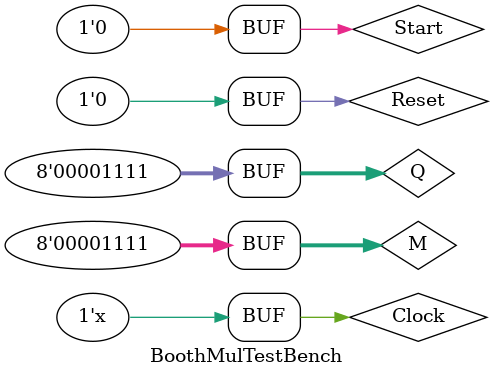
<source format=v>

module AddSub
	#(parameter W = 16)			// Default width
	(A, B, c0, S, ovf);
	input [W-1:0] A, B;			// W-bit unsigned inputs
	input c0;								// Carry-in
	output [W-1:0] S;				// W-bit unsigned output
	output ovf;							// Overflow signal

	wire [W:0] c;						// Carry signals
	assign c[0] = c0;
	
	FullAdder F0(A[0], B[0]^c0, c[0], S[0], c[1]);

	FullAdder F1(A[1], B[1]^c0, c[1], S[1], c[2]);

	FullAdder F2(A[2], B[2]^c0, c[2], S[2], c[3]);

	FullAdder F3(A[3], B[3]^c0, c[3], S[3], c[4]);
	
	FullAdder F4(A[4], B[4]^c0, c[4], S[4], c[5]);

	FullAdder F5(A[5], B[5]^c0, c[5], S[5], c[6]);

	FullAdder F6(A[6], B[6]^c0, c[6], S[6], c[7]);

	FullAdder F7(A[7], B[7]^c0, c[7], S[7], c[8]);
	
	FullAdder F8(A[8], B[8]^c0, c[8], S[8], c[9]);

	FullAdder F9(A[9], B[9]^c0, c[9], S[9], c[10]);

	FullAdder F10(A[10], B[10]^c0, c[10], S[10], c[11]);

	assign ovf = c[11]^c[10];
endmodule


// W-bit Booth Multiplier
module BoothMul
	#(parameter W = 16)								// Default bit width
	(Clock, Reset, Start, M, Q, P);
	localparam WW = 2 * W;						// Double bit width
	localparam BoothIter = $clog2(W);	// Width of Booth counter
	input Clock;
	input Reset;											// To initial state
	input Start;											// Start new multiplication
	input signed [W-1:0] Q;						// Multiplicand
	input signed [W-1:0] M;						// Multiplier
	output signed [WW-1:0] P;					// Product

// Datapath Components
	reg signed [WW+1:0] PM;						// Product/Multiplier double register
	wire M_LD;												// Load multiplier
	wire P_LD;												// Load product
	wire PM_ASR;											// Arithmetic Shift Right of PM

	reg [BoothIter-1:0] CTR;					// Iteration counter
	wire CTR_DN;											// Count down

	wire c0;
	wire ovf;
	wire signed [W-1:0] R;
	AddSub #(.W(W)) AddSub1(PM[WW:W+1], Q, c0, R, ovf);
	wire PSgn = R[W-1] ^ ovf;					// Corrected P Sign on Adder/Subtractor overflow

// Datapath Controller
	reg [2:0] State, State_Next;
	localparam Init		= 3'd0;
	localparam Load		= 3'd1;
	localparam Check	= 3'd2;
	localparam Add		= 3'd3;
	localparam Sub		= 3'd4;
	localparam Next		= 3'd5;
	localparam More		= 3'd6;
	localparam Done		= 3'd7;

 // Controller State Transitions
	always @*
	begin
		case(State)
			Init:
				if (Start)
					State_Next <= Load;
				else
					State_Next <= Init;

			Load:	State_Next <= Check;
			
			Check:
				if (~PM[1] & PM[0])
						State_Next <= Add;
				else if (PM[1] & ~PM[0])
						State_Next <= Sub;
				else
						State_Next <= Next;

			Add: State_Next <= Next;

			Sub: State_Next <= Next;

			Next: State_Next <= More;

			More:
				if (CTR == 'd0)
						State_Next <= Done;
				else
						State_Next <= Check;

			Done: State_Next <= Init;
		endcase
	end

 // Initial State
	initial
	begin
		State <= Init;
		PM <= 'd0;
		CTR <= W;
	end

// Controller State Update
	always @(posedge Clock)
		if (Reset)
			State <= Init;
		else
			State <= State_Next;

// Controller Output Logic
	assign M_LD			= (State == Load);
	assign P_LD			= (State == Add) | (State == Sub);
	assign PM_ASR 	= (State == Next);
	assign CTR_DN 	= (State == Next);
	assign c0 			= (State == Sub);
	assign AllDone	= (State == Done);
	
// Datapath State Update
	wire signed [W:0] ZERO; 					// (W+1)-bit 0 since `(W+1)'d0 does not work
	assign ZERO = 'd0;
	always @(posedge Clock)
		if (Reset)
			begin
				PM[WW+1:W+1] <= 'd0;
				PM[0] <= 0;
				CTR <= W;
			end
		else
			begin
				PM <=
					(M_LD? $signed({ZERO, M, 1'b0}) :				// Load M
						(P_LD ? $signed({PSgn, R, PM[W:0]}) :	// Add/Sub
							(PM_ASR ? PM >>> 1 :								// ASR
							 PM																	// Unchanged
							)        
						)
					);
				CTR <= CTR_DN ? CTR - 1 : CTR;
			end

// Datapath Output Logic
	assign P = AllDone? PM[WW:1] : 'd0;
endmodule

// BoothMul TestBench
`timescale 1ns/100ps
module BoothMulTestBench();
	parameter W = 8;							// Data bit width
	localparam WW = 2 * W;

	reg Clock;
	always #5 Clock = ~Clock;

	reg Reset;
	reg Start;

	reg signed [W-1:0] Q, M;
	wire signed [WW-1:0] P;

	BoothMul #(.W(W)) BM(Clock, Reset, Start, M, Q, P);

	initial begin
		Clock = 0; Reset = 1;
		#10;
		Reset = 0;
		M = 'd7; Q = -'d8;
		Start = 1;
		#10;
		Start = 0;
		#(4 * W * 10);
		M = 'd7; Q = -'d6;
		Start = 1;
		#10;
		Start = 0;
		#(4 * W * 10);
		M = 'd13; Q = -'d10;
		Start = 1;
		#10;
		Start = 0;
		#(4 * W * 10);
		M = 'd15; Q = 'd15;
		Start = 1;
		#10;
		Start = 0;
		#(4 * W * 10);
	end
endmodule


</source>
